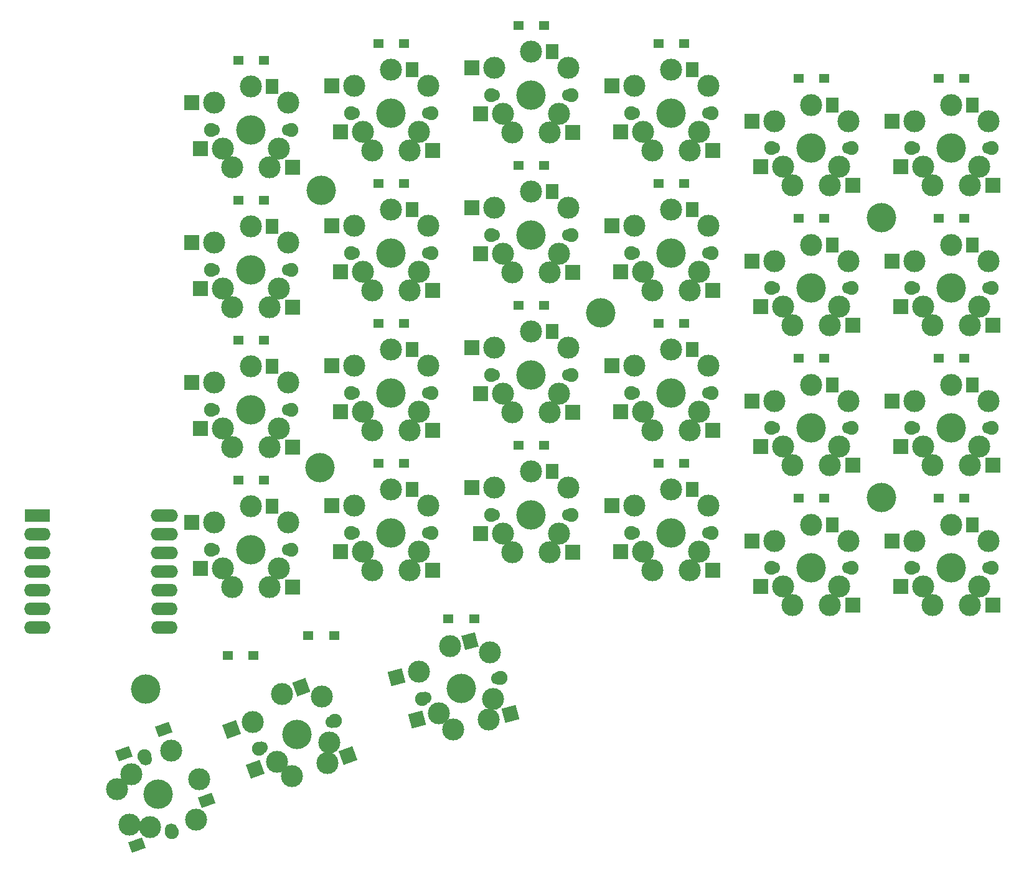
<source format=gbr>
%TF.GenerationSoftware,KiCad,Pcbnew,7.0.10*%
%TF.CreationDate,2024-03-21T20:23:52+01:00*%
%TF.ProjectId,duosync_right,64756f73-796e-4635-9f72-696768742e6b,rev?*%
%TF.SameCoordinates,Original*%
%TF.FileFunction,Soldermask,Top*%
%TF.FilePolarity,Negative*%
%FSLAX46Y46*%
G04 Gerber Fmt 4.6, Leading zero omitted, Abs format (unit mm)*
G04 Created by KiCad (PCBNEW 7.0.10) date 2024-03-21 20:23:52*
%MOMM*%
%LPD*%
G01*
G04 APERTURE LIST*
G04 Aperture macros list*
%AMRotRect*
0 Rectangle, with rotation*
0 The origin of the aperture is its center*
0 $1 length*
0 $2 width*
0 $3 Rotation angle, in degrees counterclockwise*
0 Add horizontal line*
21,1,$1,$2,0,0,$3*%
G04 Aperture macros list end*
%ADD10C,1.900000*%
%ADD11C,1.700000*%
%ADD12C,3.000000*%
%ADD13C,4.000000*%
%ADD14R,2.000000X2.000000*%
%ADD15R,1.800000X2.000000*%
%ADD16R,1.400000X1.300000*%
%ADD17R,3.500000X1.700000*%
%ADD18O,3.600000X1.700000*%
%ADD19O,3.700000X1.700000*%
%ADD20C,0.500000*%
%ADD21C,0.100000*%
%ADD22RotRect,1.500000X2.000000X110.000000*%
%ADD23RotRect,2.000000X2.000000X200.000000*%
%ADD24RotRect,1.900000X2.000000X200.000000*%
%ADD25RotRect,2.000000X2.000000X195.000000*%
%ADD26RotRect,1.900000X2.000000X195.000000*%
G04 APERTURE END LIST*
D10*
%TO.C,K42*%
X157118900Y-56890100D03*
D11*
X156698900Y-56890100D03*
D12*
X156618900Y-53190100D03*
X155428900Y-59430100D03*
X154158900Y-61970100D03*
D13*
X151618900Y-56890100D03*
D12*
X151618900Y-50990100D03*
X149078900Y-61970100D03*
X147808900Y-59430100D03*
X146618900Y-53190100D03*
D11*
X146538900Y-56890100D03*
D10*
X146118900Y-56890100D03*
D14*
X157218900Y-61970100D03*
X143518900Y-53190100D03*
D15*
X154418900Y-50990100D03*
D14*
X144718900Y-59430100D03*
%TD*%
D16*
%TO.C,D13*%
X206993900Y-73679100D03*
X210543900Y-73679100D03*
%TD*%
D10*
%TO.C,K54*%
X138069100Y-97466100D03*
D11*
X137649100Y-97466100D03*
D12*
X137569100Y-93766100D03*
X136379100Y-100006100D03*
X135109100Y-102546100D03*
D13*
X132569100Y-97466100D03*
D12*
X132569100Y-91566100D03*
X130029100Y-102546100D03*
X128759100Y-100006100D03*
X127569100Y-93766100D03*
D11*
X127489100Y-97466100D03*
D10*
X127069100Y-97466100D03*
D14*
X138169100Y-102546100D03*
X124469100Y-93766100D03*
D15*
X135369100Y-91566100D03*
D14*
X125669100Y-100006100D03*
%TD*%
D16*
%TO.C,D31*%
X168893900Y-30816100D03*
X172443900Y-30816100D03*
%TD*%
D10*
%TO.C,K41*%
X157118900Y-37840100D03*
D11*
X156698900Y-37840100D03*
D12*
X156618900Y-34140100D03*
X155428900Y-40380100D03*
X154158900Y-42920100D03*
D13*
X151618900Y-37840100D03*
D12*
X151618900Y-31940100D03*
X149078900Y-42920100D03*
X147808900Y-40380100D03*
X146618900Y-34140100D03*
D11*
X146538900Y-37840100D03*
D10*
X146118900Y-37840100D03*
D14*
X157218900Y-42920100D03*
X143518900Y-34140100D03*
D15*
X154418900Y-31940100D03*
D14*
X144718900Y-40380100D03*
%TD*%
D16*
%TO.C,D55*%
X121268900Y-111398100D03*
X124818900Y-111398100D03*
%TD*%
D17*
%TO.C,U1*%
X84476100Y-95100000D03*
D18*
X84476100Y-97640000D03*
X84476100Y-100180000D03*
X84476100Y-102720000D03*
X84476100Y-105260000D03*
X84476100Y-107800000D03*
X84476100Y-110340000D03*
X101726100Y-110340000D03*
X101726100Y-107800000D03*
X101726100Y-105260000D03*
D19*
X101726100Y-102720000D03*
X101726100Y-100180000D03*
X101726100Y-97640000D03*
X101726100Y-95100000D03*
%TD*%
D10*
%TO.C,K34*%
X176168900Y-97466100D03*
D11*
X175748900Y-97466100D03*
D12*
X175668900Y-93766100D03*
X174478900Y-100006100D03*
X173208900Y-102546100D03*
D13*
X170668900Y-97466100D03*
D12*
X170668900Y-91566100D03*
X168128900Y-102546100D03*
X166858900Y-100006100D03*
X165668900Y-93766100D03*
D11*
X165588900Y-97466100D03*
D10*
X165168900Y-97466100D03*
D14*
X176268900Y-102546100D03*
X162568900Y-93766100D03*
D15*
X173468900Y-91566100D03*
D14*
X163768900Y-100006100D03*
%TD*%
D10*
%TO.C,K14*%
X214268900Y-102229100D03*
D11*
X213848900Y-102229100D03*
D12*
X213768900Y-98529100D03*
X212578900Y-104769100D03*
X211308900Y-107309100D03*
D13*
X208768900Y-102229100D03*
D12*
X208768900Y-96329100D03*
X206228900Y-107309100D03*
X204958900Y-104769100D03*
X203768900Y-98529100D03*
D11*
X203688900Y-102229100D03*
D10*
X203268900Y-102229100D03*
D14*
X214368900Y-107309100D03*
X200668900Y-98529100D03*
D15*
X211568900Y-96329100D03*
D14*
X201868900Y-104769100D03*
%TD*%
D16*
%TO.C,D33*%
X168893900Y-68916100D03*
X172443900Y-68916100D03*
%TD*%
D10*
%TO.C,K51*%
X138069100Y-40316100D03*
D11*
X137649100Y-40316100D03*
D12*
X137569100Y-36616100D03*
X136379100Y-42856100D03*
X135109100Y-45396100D03*
D13*
X132569100Y-40316100D03*
D12*
X132569100Y-34416100D03*
X130029100Y-45396100D03*
X128759100Y-42856100D03*
X127569100Y-36616100D03*
D11*
X127489100Y-40316100D03*
D10*
X127069100Y-40316100D03*
D14*
X138169100Y-45396100D03*
X124469100Y-36616100D03*
D15*
X135369100Y-34416100D03*
D14*
X125669100Y-42856100D03*
%TD*%
D16*
%TO.C,D34*%
X168893900Y-87966100D03*
X172443900Y-87966100D03*
%TD*%
%TO.C,D65*%
X110307200Y-114136100D03*
X113857200Y-114136100D03*
%TD*%
D10*
%TO.C,K24*%
X195218900Y-102229100D03*
D11*
X194798900Y-102229100D03*
D12*
X194718900Y-98529100D03*
X193528900Y-104769100D03*
X192258900Y-107309100D03*
D13*
X189718900Y-102229100D03*
D12*
X189718900Y-96329100D03*
X187178900Y-107309100D03*
X185908900Y-104769100D03*
X184718900Y-98529100D03*
D11*
X184638900Y-102229100D03*
D10*
X184218900Y-102229100D03*
D14*
X195318900Y-107309100D03*
X181618900Y-98529100D03*
D15*
X192518900Y-96329100D03*
D14*
X182818900Y-104769100D03*
%TD*%
D16*
%TO.C,D52*%
X130794100Y-49866100D03*
X134344100Y-49866100D03*
%TD*%
D10*
%TO.C,K44*%
X157118900Y-94990100D03*
D11*
X156698900Y-94990100D03*
D12*
X156618900Y-91290100D03*
X155428900Y-97530100D03*
X154158900Y-100070100D03*
D13*
X151618900Y-94990100D03*
D12*
X151618900Y-89090100D03*
X149078900Y-100070100D03*
X147808900Y-97530100D03*
X146618900Y-91290100D03*
D11*
X146538900Y-94990100D03*
D10*
X146118900Y-94990100D03*
D14*
X157218900Y-100070100D03*
X143518900Y-91290100D03*
D15*
X154418900Y-89090100D03*
D14*
X144718900Y-97530100D03*
%TD*%
D16*
%TO.C,D51*%
X130794100Y-30816100D03*
X134344100Y-30816100D03*
%TD*%
D10*
%TO.C,K52*%
X138069100Y-59366100D03*
D11*
X137649100Y-59366100D03*
D12*
X137569100Y-55666100D03*
X136379100Y-61906100D03*
X135109100Y-64446100D03*
D13*
X132569100Y-59366100D03*
D12*
X132569100Y-53466100D03*
X130029100Y-64446100D03*
X128759100Y-61906100D03*
X127569100Y-55666100D03*
D11*
X127489100Y-59366100D03*
D10*
X127069100Y-59366100D03*
D14*
X138169100Y-64446100D03*
X124469100Y-55666100D03*
D15*
X135369100Y-53466100D03*
D14*
X125669100Y-61906100D03*
%TD*%
D10*
%TO.C,K21*%
X195218900Y-45079100D03*
D11*
X194798900Y-45079100D03*
D12*
X194718900Y-41379100D03*
X193528900Y-47619100D03*
X192258900Y-50159100D03*
D13*
X189718900Y-45079100D03*
D12*
X189718900Y-39179100D03*
X187178900Y-50159100D03*
X185908900Y-47619100D03*
X184718900Y-41379100D03*
D11*
X184638900Y-45079100D03*
D10*
X184218900Y-45079100D03*
D14*
X195318900Y-50159100D03*
X181618900Y-41379100D03*
D15*
X192518900Y-39179100D03*
D14*
X182818900Y-47619100D03*
%TD*%
D10*
%TO.C,K61*%
X119018900Y-42602100D03*
D11*
X118598900Y-42602100D03*
D12*
X118518900Y-38902100D03*
X117328900Y-45142100D03*
X116058900Y-47682100D03*
D13*
X113518900Y-42602100D03*
D12*
X113518900Y-36702100D03*
X110978900Y-47682100D03*
X109708900Y-45142100D03*
X108518900Y-38902100D03*
D11*
X108438900Y-42602100D03*
D10*
X108018900Y-42602100D03*
D14*
X119118900Y-47682100D03*
X105418900Y-38902100D03*
D15*
X116318900Y-36702100D03*
D14*
X106618900Y-45142100D03*
%TD*%
D10*
%TO.C,K11*%
X214268900Y-45079100D03*
D11*
X213848900Y-45079100D03*
D12*
X213768900Y-41379100D03*
X212578900Y-47619100D03*
X211308900Y-50159100D03*
D13*
X208768900Y-45079100D03*
D12*
X208768900Y-39179100D03*
X206228900Y-50159100D03*
X204958900Y-47619100D03*
X203768900Y-41379100D03*
D11*
X203688900Y-45079100D03*
D10*
X203268900Y-45079100D03*
D14*
X214368900Y-50159100D03*
X200668900Y-41379100D03*
D15*
X211568900Y-39179100D03*
D14*
X201868900Y-47619100D03*
%TD*%
D10*
%TO.C,K13*%
X214268900Y-83179100D03*
D11*
X213848900Y-83179100D03*
D12*
X213768900Y-79479100D03*
X212578900Y-85719100D03*
X211308900Y-88259100D03*
D13*
X208768900Y-83179100D03*
D12*
X208768900Y-77279100D03*
X206228900Y-88259100D03*
X204958900Y-85719100D03*
X203768900Y-79479100D03*
D11*
X203688900Y-83179100D03*
D10*
X203268900Y-83179100D03*
D14*
X214368900Y-88259100D03*
X200668900Y-79479100D03*
D15*
X211568900Y-77279100D03*
D14*
X201868900Y-85719100D03*
%TD*%
D10*
%TO.C,K33*%
X176168900Y-78416100D03*
D11*
X175748900Y-78416100D03*
D12*
X175668900Y-74716100D03*
X174478900Y-80956100D03*
X173208900Y-83496100D03*
D13*
X170668900Y-78416100D03*
D12*
X170668900Y-72516100D03*
X168128900Y-83496100D03*
X166858900Y-80956100D03*
X165668900Y-74716100D03*
D11*
X165588900Y-78416100D03*
D10*
X165168900Y-78416100D03*
D14*
X176268900Y-83496100D03*
X162568900Y-74716100D03*
D15*
X173468900Y-72516100D03*
D14*
X163768900Y-80956100D03*
%TD*%
D10*
%TO.C,K32*%
X176168900Y-59366100D03*
D11*
X175748900Y-59366100D03*
D12*
X175668900Y-55666100D03*
X174478900Y-61906100D03*
X173208900Y-64446100D03*
D13*
X170668900Y-59366100D03*
D12*
X170668900Y-53466100D03*
X168128900Y-64446100D03*
X166858900Y-61906100D03*
X165668900Y-55666100D03*
D11*
X165588900Y-59366100D03*
D10*
X165168900Y-59366100D03*
D14*
X176268900Y-64446100D03*
X162568900Y-55666100D03*
D15*
X173468900Y-53466100D03*
D14*
X163768900Y-61906100D03*
%TD*%
D10*
%TO.C,K43*%
X157118900Y-75940100D03*
D11*
X156698900Y-75940100D03*
D12*
X156618900Y-72240100D03*
X155428900Y-78480100D03*
X154158900Y-81020100D03*
D13*
X151618900Y-75940100D03*
D12*
X151618900Y-70040100D03*
X149078900Y-81020100D03*
X147808900Y-78480100D03*
X146618900Y-72240100D03*
D11*
X146538900Y-75940100D03*
D10*
X146118900Y-75940100D03*
D14*
X157218900Y-81020100D03*
X143518900Y-72240100D03*
D15*
X154418900Y-70040100D03*
D14*
X144718900Y-78480100D03*
%TD*%
D10*
%TO.C,K23*%
X195218900Y-83179100D03*
D11*
X194798900Y-83179100D03*
D12*
X194718900Y-79479100D03*
X193528900Y-85719100D03*
X192258900Y-88259100D03*
D13*
X189718900Y-83179100D03*
D12*
X189718900Y-77279100D03*
X187178900Y-88259100D03*
X185908900Y-85719100D03*
X184718900Y-79479100D03*
D11*
X184638900Y-83179100D03*
D10*
X184218900Y-83179100D03*
D14*
X195318900Y-88259100D03*
X181618900Y-79479100D03*
D15*
X192518900Y-77279100D03*
D14*
X182818900Y-85719100D03*
%TD*%
D16*
%TO.C,D42*%
X149843900Y-47390100D03*
X153393900Y-47390100D03*
%TD*%
%TO.C,D54*%
X130794100Y-87966100D03*
X134344100Y-87966100D03*
%TD*%
%TO.C,D61*%
X111743900Y-33102100D03*
X115293900Y-33102100D03*
%TD*%
D10*
%TO.C,K22*%
X195218900Y-64129100D03*
D11*
X194798900Y-64129100D03*
D12*
X194718900Y-60429100D03*
X193528900Y-66669100D03*
X192258900Y-69209100D03*
D13*
X189718900Y-64129100D03*
D12*
X189718900Y-58229100D03*
X187178900Y-69209100D03*
X185908900Y-66669100D03*
X184718900Y-60429100D03*
D11*
X184638900Y-64129100D03*
D10*
X184218900Y-64129100D03*
D14*
X195318900Y-69209100D03*
X181618900Y-60429100D03*
D15*
X192518900Y-58229100D03*
D14*
X182818900Y-66669100D03*
%TD*%
D16*
%TO.C,D32*%
X168893900Y-49866100D03*
X172443900Y-49866100D03*
%TD*%
%TO.C,D14*%
X206993900Y-92729100D03*
X210543900Y-92729100D03*
%TD*%
%TO.C,D22*%
X187943900Y-54629100D03*
X191493900Y-54629100D03*
%TD*%
%TO.C,D44*%
X149843900Y-85490100D03*
X153393900Y-85490100D03*
%TD*%
D10*
%TO.C,K53*%
X138069100Y-78416100D03*
D11*
X137649100Y-78416100D03*
D12*
X137569100Y-74716100D03*
X136379100Y-80956100D03*
X135109100Y-83496100D03*
D13*
X132569100Y-78416100D03*
D12*
X132569100Y-72516100D03*
X130029100Y-83496100D03*
X128759100Y-80956100D03*
X127569100Y-74716100D03*
D11*
X127489100Y-78416100D03*
D10*
X127069100Y-78416100D03*
D14*
X138169100Y-83496100D03*
X124469100Y-74716100D03*
D15*
X135369100Y-72516100D03*
D14*
X125669100Y-80956100D03*
%TD*%
D16*
%TO.C,D23*%
X187943900Y-73679100D03*
X191493900Y-73679100D03*
%TD*%
%TO.C,D63*%
X111743900Y-71202100D03*
X115293900Y-71202100D03*
%TD*%
D10*
%TO.C,K31*%
X176168900Y-40316100D03*
D11*
X175748900Y-40316100D03*
D12*
X175668900Y-36616100D03*
X174478900Y-42856100D03*
X173208900Y-45396100D03*
D13*
X170668900Y-40316100D03*
D12*
X170668900Y-34416100D03*
X168128900Y-45396100D03*
X166858900Y-42856100D03*
X165668900Y-36616100D03*
D11*
X165588900Y-40316100D03*
D10*
X165168900Y-40316100D03*
D14*
X176268900Y-45396100D03*
X162568900Y-36616100D03*
D15*
X173468900Y-34416100D03*
D14*
X163768900Y-42856100D03*
%TD*%
D16*
%TO.C,D41*%
X149843900Y-28340100D03*
X153393900Y-28340100D03*
%TD*%
D10*
%TO.C,K12*%
X214268900Y-64129100D03*
D11*
X213848900Y-64129100D03*
D12*
X213768900Y-60429100D03*
X212578900Y-66669100D03*
X211308900Y-69209100D03*
D13*
X208768900Y-64129100D03*
D12*
X208768900Y-58229100D03*
X206228900Y-69209100D03*
X204958900Y-66669100D03*
X203768900Y-60429100D03*
D11*
X203688900Y-64129100D03*
D10*
X203268900Y-64129100D03*
D14*
X214368900Y-69209100D03*
X200668900Y-60429100D03*
D15*
X211568900Y-58229100D03*
D14*
X201868900Y-66669100D03*
%TD*%
D16*
%TO.C,D53*%
X130794100Y-68916100D03*
X134344100Y-68916100D03*
%TD*%
%TO.C,D24*%
X187943900Y-92729100D03*
X191493900Y-92729100D03*
%TD*%
D10*
%TO.C,K64*%
X119018900Y-99752100D03*
D11*
X118598900Y-99752100D03*
D12*
X118518900Y-96052100D03*
X117328900Y-102292100D03*
X116058900Y-104832100D03*
D13*
X113518900Y-99752100D03*
D12*
X113518900Y-93852100D03*
X110978900Y-104832100D03*
X109708900Y-102292100D03*
X108518900Y-96052100D03*
D11*
X108438900Y-99752100D03*
D10*
X108018900Y-99752100D03*
D14*
X119118900Y-104832100D03*
X105418900Y-96052100D03*
D15*
X116318900Y-93852100D03*
D14*
X106618900Y-102292100D03*
%TD*%
D16*
%TO.C,D21*%
X187943900Y-35579100D03*
X191493900Y-35579100D03*
%TD*%
D10*
%TO.C,K63*%
X119018900Y-80702100D03*
D11*
X118598900Y-80702100D03*
D12*
X118518900Y-77002100D03*
X117328900Y-83242100D03*
X116058900Y-85782100D03*
D13*
X113518900Y-80702100D03*
D12*
X113518900Y-74802100D03*
X110978900Y-85782100D03*
X109708900Y-83242100D03*
X108518900Y-77002100D03*
D11*
X108438900Y-80702100D03*
D10*
X108018900Y-80702100D03*
D14*
X119118900Y-85782100D03*
X105418900Y-77002100D03*
D15*
X116318900Y-74802100D03*
D14*
X106618900Y-83242100D03*
%TD*%
D16*
%TO.C,D43*%
X149843900Y-66440100D03*
X153393900Y-66440100D03*
%TD*%
%TO.C,D11*%
X206993900Y-35579100D03*
X210543900Y-35579100D03*
%TD*%
%TO.C,D64*%
X111743900Y-90252100D03*
X115293900Y-90252100D03*
%TD*%
%TO.C,D62*%
X111743900Y-52152100D03*
X115293900Y-52152100D03*
%TD*%
D10*
%TO.C,K62*%
X119018900Y-61652100D03*
D11*
X118598900Y-61652100D03*
D12*
X118518900Y-57952100D03*
X117328900Y-64192100D03*
X116058900Y-66732100D03*
D13*
X113518900Y-61652100D03*
D12*
X113518900Y-55752100D03*
X110978900Y-66732100D03*
X109708900Y-64192100D03*
X108518900Y-57952100D03*
D11*
X108438900Y-61652100D03*
D10*
X108018900Y-61652100D03*
D14*
X119118900Y-66732100D03*
X105418900Y-57952100D03*
D15*
X116318900Y-55752100D03*
D14*
X106618900Y-64192100D03*
%TD*%
D16*
%TO.C,D12*%
X206993900Y-54629100D03*
X210543900Y-54629100D03*
%TD*%
%TO.C,D45*%
X140318900Y-109112100D03*
X143868900Y-109112100D03*
%TD*%
D20*
%TO.C,s5*%
X200776100Y-92600000D03*
X200336100Y-93660000D03*
X200336100Y-91540000D03*
X199276100Y-94100000D03*
D13*
X199276100Y-92600000D03*
D20*
X199276100Y-91100000D03*
X198216100Y-93660000D03*
X198216100Y-91540000D03*
X197776100Y-92600000D03*
%TD*%
%TO.C,s1*%
X124576100Y-50800000D03*
X124136100Y-51860000D03*
X124136100Y-49740000D03*
X123076100Y-52300000D03*
D13*
X123076100Y-50800000D03*
D20*
X123076100Y-49300000D03*
X122016100Y-51860000D03*
X122016100Y-49740000D03*
X121576100Y-50800000D03*
%TD*%
D12*
%TO.C,K65*%
X95239830Y-132386743D03*
X96977293Y-137160382D03*
D21*
X97149566Y-130324188D03*
X99766020Y-137512836D03*
D12*
X99798477Y-137485060D03*
X99798477Y-137485060D03*
X97192284Y-130324602D03*
D10*
X99001089Y-127867791D03*
D11*
X99144738Y-128262461D03*
D13*
X100882200Y-133036100D03*
D11*
X102619662Y-137809739D03*
D10*
X102763311Y-138204409D03*
D12*
X102648962Y-127072162D03*
X106069163Y-136469089D03*
X106426386Y-131018181D03*
D22*
X96169644Y-127514921D03*
X101622902Y-124253085D03*
X97989672Y-139941872D03*
X107452447Y-133837259D03*
%TD*%
D20*
%TO.C,s4*%
X200776100Y-54500000D03*
X200336100Y-55560000D03*
X200336100Y-53440000D03*
X199276100Y-56000000D03*
D13*
X199276100Y-54500000D03*
D20*
X199276100Y-53000000D03*
X198216100Y-55560000D03*
X198216100Y-53440000D03*
X197776100Y-54500000D03*
%TD*%
%TO.C,s6*%
X100676100Y-118700000D03*
X100236100Y-119760000D03*
X100236100Y-117640000D03*
X99176100Y-120200000D03*
D13*
X99176100Y-118700000D03*
D20*
X99176100Y-117200000D03*
X98116100Y-119760000D03*
X98116100Y-117640000D03*
X97676100Y-118700000D03*
%TD*%
D10*
%TO.C,K55*%
X114560391Y-126808011D03*
D11*
X114955061Y-126664362D03*
D12*
X113764762Y-123160138D03*
X117017202Y-128616816D03*
X119079343Y-130569270D03*
X117710781Y-119382714D03*
D13*
X119728700Y-124926900D03*
D12*
X123852982Y-128831807D03*
X124177660Y-126010623D03*
X123161689Y-119739937D03*
D11*
X124502339Y-123189438D03*
D10*
X124897009Y-123045789D03*
D23*
X110851715Y-124220400D03*
X114113552Y-129673658D03*
D24*
X120341920Y-118425057D03*
D23*
X126728441Y-127785226D03*
%TD*%
D20*
%TO.C,s3*%
X162576100Y-67500000D03*
X162136100Y-68560000D03*
X162136100Y-66440000D03*
X161076100Y-69000000D03*
D13*
X161076100Y-67500000D03*
D20*
X161076100Y-66000000D03*
X160016100Y-68560000D03*
X160016100Y-66440000D03*
X159576100Y-67500000D03*
%TD*%
%TO.C,s2*%
X124376100Y-88600000D03*
X123936100Y-89660000D03*
X123936100Y-87540000D03*
X122876100Y-90100000D03*
D13*
X122876100Y-88600000D03*
D20*
X122876100Y-87100000D03*
X121816100Y-89660000D03*
X121816100Y-87540000D03*
X121376100Y-88600000D03*
%TD*%
D10*
%TO.C,K45*%
X136781308Y-120035605D03*
D11*
X137186997Y-119926901D03*
D12*
X136306640Y-116332270D03*
X139071123Y-122051652D03*
X140955249Y-124176404D03*
X140566868Y-112913138D03*
D13*
X142093900Y-118612100D03*
D12*
X145862152Y-122861603D03*
X146431478Y-120079451D03*
X145965899Y-113744079D03*
D11*
X147000803Y-117297299D03*
D10*
X147406492Y-117188595D03*
D25*
X133312270Y-117134609D03*
X136086412Y-122851403D03*
D26*
X143271460Y-112188444D03*
D25*
X148817885Y-122069617D03*
%TD*%
M02*

</source>
